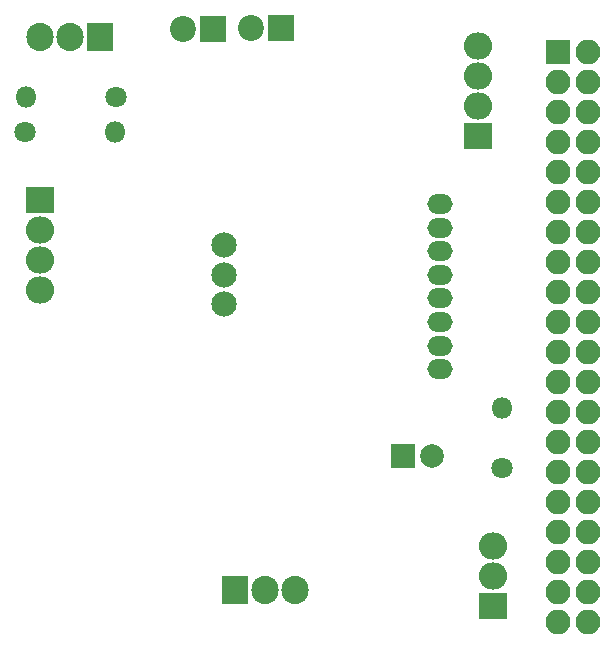
<source format=gts>
G04 #@! TF.GenerationSoftware,KiCad,Pcbnew,(5.0.0-rc2-dev-482-gf81c77cd4)*
G04 #@! TF.CreationDate,2018-06-29T22:25:28+02:00*
G04 #@! TF.ProjectId,ha_plattform,68615F706C617474666F726D2E6B6963,rev?*
G04 #@! TF.SameCoordinates,Original*
G04 #@! TF.FileFunction,Soldermask,Top*
G04 #@! TF.FilePolarity,Negative*
%FSLAX46Y46*%
G04 Gerber Fmt 4.6, Leading zero omitted, Abs format (unit mm)*
G04 Created by KiCad (PCBNEW (5.0.0-rc2-dev-482-gf81c77cd4)) date Fri Jun 29 22:25:28 2018*
%MOMM*%
%LPD*%
G01*
G04 APERTURE LIST*
%ADD10O,2.305000X2.400000*%
%ADD11R,2.305000X2.400000*%
%ADD12O,2.400000X2.305000*%
%ADD13R,2.400000X2.305000*%
%ADD14R,2.000000X2.000000*%
%ADD15C,2.000000*%
%ADD16R,2.200000X2.200000*%
%ADD17C,2.200000*%
%ADD18O,2.150000X1.700000*%
%ADD19C,2.150000*%
%ADD20O,2.100000X2.100000*%
%ADD21R,2.100000X2.100000*%
%ADD22C,1.800000*%
%ADD23O,1.800000X1.800000*%
G04 APERTURE END LIST*
D10*
X46900000Y-68990000D03*
X44360000Y-68990000D03*
D11*
X41820000Y-68990000D03*
D12*
X25290000Y-43590000D03*
X25290000Y-41050000D03*
X25290000Y-38510000D03*
D13*
X25290000Y-35970000D03*
D12*
X63700000Y-65230000D03*
X63700000Y-67770000D03*
D13*
X63700000Y-70310000D03*
D10*
X25330000Y-22140000D03*
X27870000Y-22140000D03*
D11*
X30410000Y-22140000D03*
D14*
X56050000Y-57670000D03*
D15*
X58550000Y-57670000D03*
D16*
X40010000Y-21460000D03*
D17*
X37470000Y-21460000D03*
D16*
X45730000Y-21410000D03*
D17*
X43190000Y-21410000D03*
D18*
X59200000Y-50300000D03*
X59200000Y-48300000D03*
X59200000Y-46300000D03*
X59200000Y-44300000D03*
X59200000Y-42300000D03*
X59200000Y-40300000D03*
X59200000Y-38300000D03*
X59200000Y-36300000D03*
D19*
X40920000Y-39800000D03*
X40920000Y-42300000D03*
X40920000Y-44800000D03*
D20*
X71690000Y-71700000D03*
X69150000Y-71700000D03*
X71690000Y-69160000D03*
X69150000Y-69160000D03*
X71690000Y-66620000D03*
X69150000Y-66620000D03*
X71690000Y-64080000D03*
X69150000Y-64080000D03*
X71690000Y-61540000D03*
X69150000Y-61540000D03*
X71690000Y-59000000D03*
X69150000Y-59000000D03*
X71690000Y-56460000D03*
X69150000Y-56460000D03*
X71690000Y-53920000D03*
X69150000Y-53920000D03*
X71690000Y-51380000D03*
X69150000Y-51380000D03*
X71690000Y-48840000D03*
X69150000Y-48840000D03*
X71690000Y-46300000D03*
X69150000Y-46300000D03*
X71690000Y-43760000D03*
X69150000Y-43760000D03*
X71690000Y-41220000D03*
X69150000Y-41220000D03*
X71690000Y-38680000D03*
X69150000Y-38680000D03*
X71690000Y-36140000D03*
X69150000Y-36140000D03*
X71690000Y-33600000D03*
X69150000Y-33600000D03*
X71690000Y-31060000D03*
X69150000Y-31060000D03*
X71690000Y-28520000D03*
X69150000Y-28520000D03*
X71690000Y-25980000D03*
X69150000Y-25980000D03*
X71690000Y-23440000D03*
D21*
X69150000Y-23440000D03*
D22*
X64420000Y-58690000D03*
D23*
X64420000Y-53610000D03*
D22*
X31790000Y-27200000D03*
D23*
X24170000Y-27200000D03*
X31700000Y-30190000D03*
D22*
X24080000Y-30190000D03*
D12*
X62400000Y-22910000D03*
X62400000Y-25450000D03*
X62400000Y-27990000D03*
D13*
X62400000Y-30530000D03*
M02*

</source>
